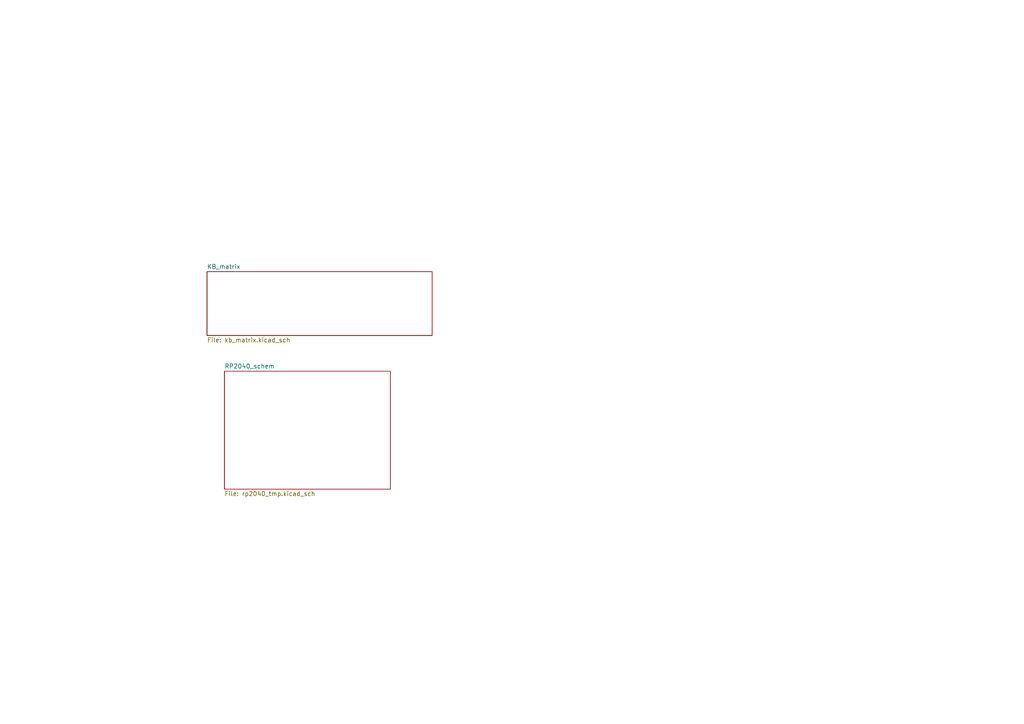
<source format=kicad_sch>
(kicad_sch (version 20211123) (generator eeschema)
  (paper "A4")
  (title_block (title "Stucco[10]") (rev "Rev1.0") (company "Scattered-Lenity") (comment 1 "Made by ScatteredDrifter"))
  (lib_symbols)
  (sheet (at 65.1002 107.6706) (size 48.1076 34.2138) (stroke (width 0.1524))
    (property "Sheet name" "RP2040_schem" (at 65.1002 106.959 0) (effects (justify left bottom)))
    (property "Sheet file" "rp2040_tmp.kicad_sch" (at 65.1002 142.469 0) (effects (justify left top)))
  )
  (sheet (at 60.0456 78.7908) (size 65.3034 18.5166) (stroke (width 0.1524))
    (property "Sheet name" "KB_matrix" (at 60.0456 78.0792 0) (effects (justify left bottom)))
    (property "Sheet file" "kb_matrix.kicad_sch" (at 60.0456 97.892 0) (effects (justify left top)))
  )
)
</source>
